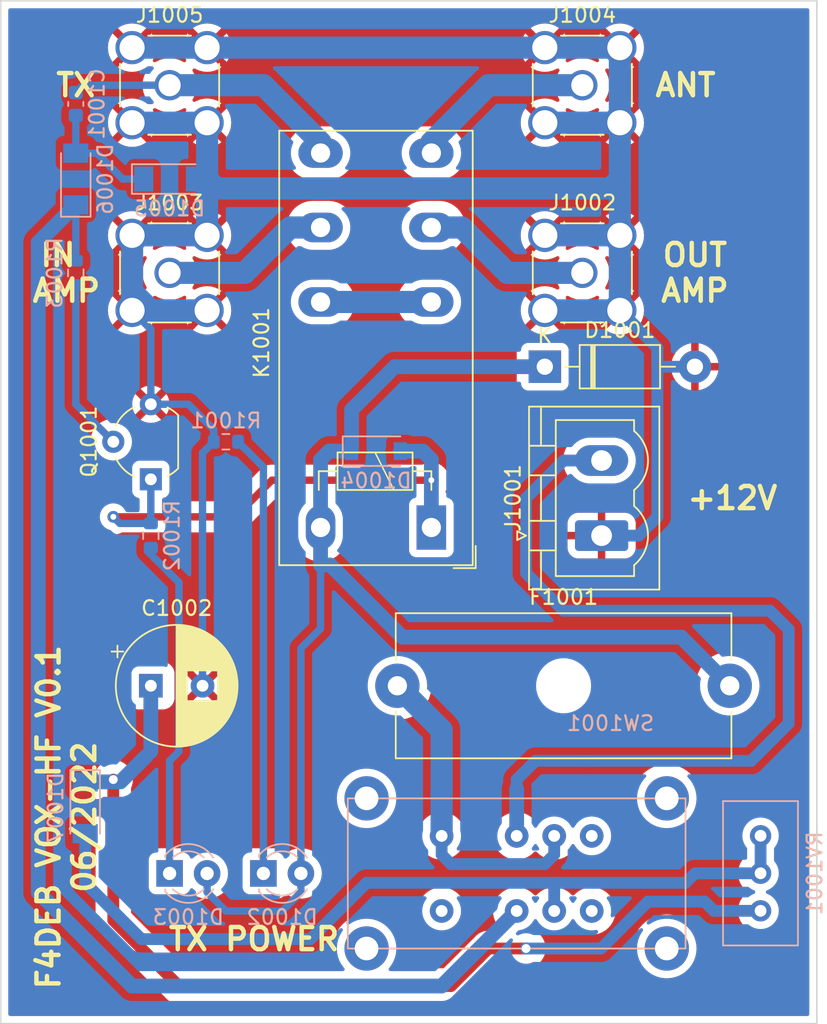
<source format=kicad_pcb>
(kicad_pcb (version 20211014) (generator pcbnew)
  (layers (0 "F.Cu" signal) (31 "B.Cu" signal) (34 "B.Paste" user) (35 "F.Paste" user) (36 "B.SilkS" user "B.Silkscreen") (37 "F.SilkS" user "F.Silkscreen") (38 "B.Mask" user) (39 "F.Mask" user) (44 "Edge.Cuts" user))
  (net 0 "")
  (net 1 "Net-(C1001-Pad1)")
  (net 2 "Net-(C1001-Pad2)")
  (net 3 "Net-(C1002-Pad1)")
  (net 4 "GND")
  (net 5 "+12V")
  (net 6 "Net-(D1002-Pad1)")
  (net 7 "Net-(D1003-Pad1)")
  (net 8 "Net-(D1004-Pad2)")
  (net 9 "Net-(D1006-Pad1)")
  (net 10 "Net-(F1001-Pad1)")
  (net 11 "Net-(J1001-Pad2)")
  (net 12 "Net-(J1002-Pad1)")
  (net 13 "Net-(J1003-Pad1)")
  (net 14 "Net-(J1004-Pad1)")
  (net 15 "Net-(K1001-Pad12)")
  (net 16 "Net-(Q1001-Pad2)")
  (net 20 "Net-(SW1001-Pad6)")
  (footprint "Diode_THT:D_DO-41_SOD81_P10.16mm_Horizontal" (layer "F.Cu") (at 190.5 105.41)
    (fp_text reference "D1001" (at 5.08 -2.47) (layer "F.SilkS"))
    (fp_text value "1N4007")
    (fp_text user "K" (at 0 -2.1) (layer "F.SilkS"))
    (fp_line (start 8.82 0) (end 7.8 0) (layer "F.SilkS") (width 0.12))
    (fp_line (start 7.8 -1.47) (end 2.36 -1.47) (layer "F.SilkS") (width 0.12))
    (fp_line (start 2.36 -1.47) (end 2.36 1.47) (layer "F.SilkS") (width 0.12))
    (fp_line (start 2.36 1.47) (end 7.8 1.47) (layer "F.SilkS") (width 0.12))
    (fp_line (start 3.38 -1.47) (end 3.38 1.47) (layer "F.SilkS") (width 0.12))
    (fp_line (start 3.26 -1.47) (end 3.26 1.47) (layer "F.SilkS") (width 0.12))
    (fp_line (start 1.34 0) (end 2.36 0) (layer "F.SilkS") (width 0.12))
    (fp_line (start 3.14 -1.47) (end 3.14 1.47) (layer "F.SilkS") (width 0.12))
    (fp_line (start 7.8 1.47) (end 7.8 -1.47) (layer "F.SilkS") (width 0.12))
    (pad "1" thru_hole rect (at 0 0) (size 2.2 2.2) (drill 1.1) (layers *.Cu *.Mask) (net 5 "+12V"))
    (pad "2" thru_hole oval (at 10.16 0) (size 2.2 2.2) (drill 1.1) (layers *.Cu *.Mask) (net 4 "GND"))
  )
  (footprint "Connector_Coaxial:SMA_Amphenol_901-144_Vertical" (layer "F.Cu") (at 165.1 99.06)
    (fp_text reference "J1003" (at 0 -4.75) (layer "F.SilkS"))
    (fp_text value "Conn_Coaxial")
    (fp_line (start 3.355 -1.45) (end 3.355 1.45) (layer "F.SilkS") (width 0.12))
    (fp_line (start -1.45 3.355) (end 1.45 3.355) (layer "F.SilkS") (width 0.12))
    (fp_line (start -3.355 -1.45) (end -3.355 1.45) (layer "F.SilkS") (width 0.12))
    (fp_line (start -1.45 -3.355) (end 1.45 -3.355) (layer "F.SilkS") (width 0.12))
    (pad "1" thru_hole circle (at 0 0) (size 2.05 2.05) (drill 1.5) (layers *.Cu *.Mask) (net 13 "Net-(J1003-Pad1)"))
    (pad "2" thru_hole circle (at -2.54 -2.54) (size 2.25 2.25) (drill 1.7) (layers *.Cu *.Mask) (net 4 "GND"))
    (pad "2" thru_hole circle (at 2.54 2.54) (size 2.25 2.25) (drill 1.7) (layers *.Cu *.Mask) (net 4 "GND"))
    (pad "2" thru_hole circle (at 2.54 -2.54) (size 2.25 2.25) (drill 1.7) (layers *.Cu *.Mask) (net 4 "GND"))
    (pad "2" thru_hole circle (at -2.54 2.54) (size 2.25 2.25) (drill 1.7) (layers *.Cu *.Mask) (net 4 "GND"))
  )
  (footprint "Relay_THT:Relay_DPDT_Schrack-RT2-FormC_RM5mm" (layer "F.Cu") (at 182.82 116.29 90)
    (fp_text reference "K1001" (at 12.5 -11.5 90) (layer "F.SilkS"))
    (fp_text value "RTE2xxxx")
    (fp_line (start 2.54 -6.35) (end 2.54 -1.27) (layer "F.SilkS") (width 0.12))
    (fp_line (start 3.81 -6.35) (end 3.81 -7.62) (layer "F.SilkS") (width 0.12))
    (fp_line (start 26.85 -10.3) (end -2.55 -10.3) (layer "F.SilkS") (width 0.12))
    (fp_line (start 26.85 2.8) (end 26.85 -10.3) (layer "F.SilkS") (width 0.12))
    (fp_line (start 3.81 -1.27) (end 5.08 -1.27) (layer "F.SilkS") (width 0.12))
    (fp_line (start 3.81 0) (end 3.81 -1.27) (layer "F.SilkS") (width 0.12))
    (fp_line (start 5.08 -1.27) (end 5.08 -6.35) (layer "F.SilkS") (width 0.12))
    (fp_line (start -2.75 1.5) (end -2.75 3) (layer "F.SilkS") (width 0.12))
    (fp_line (start 2.54 -1.27) (end 3.81 -1.27) (layer "F.SilkS") (width 0.12))
    (fp_line (start 3.81 -7.62) (end 2.54 -7.62) (layer "F.SilkS") (width 0.12))
    (fp_line (start 2.54 -2.54) (end 5.08 -3.81) (layer "F.SilkS") (width 0.1))
    (fp_line (start 2.54 0) (end 3.81 0) (layer "F.SilkS") (width 0.12))
    (fp_line (start -2.55 -10.3) (end -2.55 2.8) (layer "F.SilkS") (width 0.12))
    (fp_line (start 5.08 -6.35) (end 2.54 -6.35) (layer "F.SilkS") (width 0.12))
    (fp_line (start -2.75 3) (end -1.25 3) (layer "F.SilkS") (width 0.12))
    (fp_line (start -2.55 2.8) (end 26.85 2.8) (layer "F.SilkS") (width 0.12))
    (pad "11" thru_hole oval (at 20.3 0 270) (size 2 3) (drill 1.3) (layers *.Cu *.Mask) (net 12 "Net-(J1002-Pad1)"))
    (pad "12" thru_hole oval (at 15.26 0 270) (size 2 3) (drill 1.3) (layers *.Cu *.Mask) (net 15 "Net-(K1001-Pad12)"))
    (pad "14" thru_hole oval (at 25.34 0 270) (size 2 3) (drill 1.3) (layers *.Cu *.Mask) (net 14 "Net-(J1004-Pad1)"))
    (pad "21" thru_hole oval (at 20.3 -7.5 270) (size 2 3) (drill 1.3) (layers *.Cu *.Mask) (net 13 "Net-(J1003-Pad1)"))
    (pad "22" thru_hole oval (at 15.26 -7.5 270) (size 2 3) (drill 1.3) (layers *.Cu *.Mask) (net 15 "Net-(K1001-Pad12)"))
    (pad "24" thru_hole oval (at 25.34 -7.5 270) (size 2 3) (drill 1.3) (layers *.Cu *.Mask) (net 2 "Net-(C1001-Pad2)"))
    (pad "A1" thru_hole rect (at 0 0 270) (size 3 2) (drill 1.3) (layers *.Cu *.Mask) (net 8 "Net-(D1004-Pad2)"))
    (pad "A2" thru_hole oval (at 0 -7.5 270) (size 3 2) (drill 1.3) (layers *.Cu *.Mask) (net 5 "+12V"))
  )
  (footprint "Connector_Coaxial:SMA_Amphenol_901-144_Vertical" (layer "F.Cu") (at 193.04 86.36)
    (fp_text reference "J1004" (at 0 -4.75) (layer "F.SilkS"))
    (fp_text value "Conn_Coaxial")
    (fp_line (start -1.45 -3.355) (end 1.45 -3.355) (layer "F.SilkS") (width 0.12))
    (fp_line (start 3.355 -1.45) (end 3.355 1.45) (layer "F.SilkS") (width 0.12))
    (fp_line (start -3.355 -1.45) (end -3.355 1.45) (layer "F.SilkS") (width 0.12))
    (fp_line (start -1.45 3.355) (end 1.45 3.355) (layer "F.SilkS") (width 0.12))
    (pad "1" thru_hole circle (at 0 0) (size 2.05 2.05) (drill 1.5) (layers *.Cu *.Mask) (net 14 "Net-(J1004-Pad1)"))
    (pad "2" thru_hole circle (at -2.54 -2.54) (size 2.25 2.25) (drill 1.7) (layers *.Cu *.Mask) (net 4 "GND"))
    (pad "2" thru_hole circle (at 2.54 -2.54) (size 2.25 2.25) (drill 1.7) (layers *.Cu *.Mask) (net 4 "GND"))
    (pad "2" thru_hole circle (at -2.54 2.54) (size 2.25 2.25) (drill 1.7) (layers *.Cu *.Mask) (net 4 "GND"))
    (pad "2" thru_hole circle (at 2.54 2.54) (size 2.25 2.25) (drill 1.7) (layers *.Cu *.Mask) (net 4 "GND"))
  )
  (footprint "Connector_Phoenix_MSTB:PhoenixContact_MSTBVA_2,5_2-G-5,08_1x02_P5.08mm_Vertical" (layer "F.Cu") (at 194.3425 116.84 90)
    (fp_text reference "J1001" (at 2.54 -6 90) (layer "F.SilkS"))
    (fp_text value "Conn_01x02")
    (fp_line (start -3.65 -4.1) (end -1.11 -4.1) (layer "F.SilkS") (width 0.12))
    (fp_line (start 6.08 -3.1) (end 4.08 -3.1) (layer "F.SilkS") (width 0.12))
    (fp_line (start 4.08 -3.1) (end 4.08 -4.91) (layer "F.SilkS") (width 0.12))
    (fp_line (start -1 -3.1) (end -1 -4.91) (layer "F.SilkS") (width 0.12))
    (fp_line (start 7.82 2.2) (end 7.08 2.2) (layer "F.SilkS") (width 0.12))
    (fp_line (start -2.74 -3.1) (end 7.82 -3.1) (layer "F.SilkS") (width 0.12))
    (fp_line (start 8.73 -4.91) (end -3.65 -4.91) (layer "F.SilkS") (width 0.12))
    (fp_line (start 1 -4.1) (end 4.08 -4.1) (layer "F.SilkS") (width 0.12))
    (fp_line (start -2.74 2.2) (end -2.74 -3.1) (layer "F.SilkS") (width 0.12))
    (fp_line (start 7.82 -3.1) (end 7.82 2.2) (layer "F.SilkS") (width 0.12))
    (fp_line (start 1 -3.1) (end -1 -3.1) (layer "F.SilkS") (width 0.12))
    (fp_line (start 0 -5.11) (end -0.3 -5.71) (layer "F.SilkS") (width 0.12))
    (fp_line (start 8.73 -4.1) (end 6.19 -4.1) (layer "F.SilkS") (width 0.12))
    (fp_line (start -3.65 3.91) (end 8.73 3.91) (layer "F.SilkS") (width 0.12))
    (fp_line (start -3.65 -4.91) (end -3.65 3.91) (layer "F.SilkS") (width 0.12))
    (fp_line (start 0.3 -5.71) (end 0 -5.11) (layer "F.SilkS") (width 0.12))
    (fp_line (start 1 -4.91) (end 1 -3.1) (layer "F.SilkS") (width 0.12))
    (fp_line (start 6.08 -4.91) (end 6.08 -3.1) (layer "F.SilkS") (width 0.12))
    (fp_line (start 4.08 -4.91) (end 6.08 -4.91) (layer "F.SilkS") (width 0.12))
    (fp_line (start -1 -4.91) (end 1 -4.91) (layer "F.SilkS") (width 0.12))
    (fp_line (start 8.73 3.91) (end 8.73 -4.91) (layer "F.SilkS") (width 0.12))
    (fp_line (start -0.3 -5.71) (end 0.3 -5.71) (layer "F.SilkS") (width 0.12))
    (fp_line (start -2 2.2) (end -2.74 2.2) (layer "F.SilkS") (width 0.12))
    (fp_line (start 2 2.2) (end 3.08 2.2) (layer "F.SilkS") (width 0.12))
    (fp_arc (start 7.066842 2.215821) (mid 5.069711 3.142758) (end 3.08 2.2) (layer "F.SilkS") (width 0.12))
    (fp_arc (start 1.986842 2.215821) (mid -0.010289 3.142758) (end -2 2.2) (layer "F.SilkS") (width 0.12))
    (pad "1" thru_hole roundrect (at 0 0 90) (size 2.08 3.6) (drill 1.4) (layers *.Cu *.Mask) (roundrect_rratio 0.120192) (net 4 "GND"))
    (pad "2" thru_hole oval (at 5.08 0 90) (size 2.08 3.6) (drill 1.4) (layers *.Cu *.Mask) (net 11 "Net-(J1001-Pad2)"))
  )
  (footprint "Package_TO_SOT_THT:TO-92_Wide" (layer "F.Cu") (at 163.83 113.03 90)
    (fp_text reference "Q1001" (at 2.55 -4.19 90) (layer "F.SilkS"))
    (fp_text value "BC517")
    (fp_line (start 0.74 1.85) (end 4.34 1.85) (layer "F.SilkS") (width 0.12))
    (fp_arc (start 4.864184 1.122795) (mid 4.633903 1.509328) (end 4.34 1.85) (layer "F.SilkS") (width 0.12))
    (fp_arc (start 0.172801 -1.103842) (mid 0.678995 -1.832692) (end 1.4 -2.35) (layer "F.SilkS") (width 0.12))
    (fp_arc (start 0.74 1.85) (mid 0.446097 1.509328) (end 0.215816 1.122795) (layer "F.SilkS") (width 0.12))
    (fp_arc (start 3.65 -2.35) (mid 4.382279 -1.833196) (end 4.895458 -1.098371) (layer "F.SilkS") (width 0.12))
    (pad "1" thru_hole rect (at 0 0 90) (size 1.5 1.5) (drill 0.8) (layers *.Cu *.Mask) (net 8 "Net-(D1004-Pad2)"))
    (pad "2" thru_hole circle (at 2.54 -2.54 90) (size 1.5 1.5) (drill 0.8) (layers *.Cu *.Mask) (net 16 "Net-(Q1001-Pad2)"))
    (pad "3" thru_hole circle (at 5.08 0 90) (size 1.5 1.5) (drill 0.8) (layers *.Cu *.Mask) (net 4 "GND"))
  )
  (footprint "Capacitor_THT:CP_Radial_D8.0mm_P3.50mm" (layer "F.Cu") (at 163.83 127)
    (fp_text reference "C1002" (at 1.75 -5.25) (layer "F.SilkS"))
    (fp_text value "C_Polarized")
    (fp_line (start 3.511 1.04) (end 3.511 3.686) (layer "F.SilkS") (width 0.12))
    (fp_line (start 5.271 -2.102) (end 5.271 2.102) (layer "F.SilkS") (width 0.12))
    (fp_line (start 3.111 1.04) (end 3.111 3.85) (layer "F.SilkS") (width 0.12))
    (fp_line (start 2.471 1.04) (end 2.471 4.017) (layer "F.SilkS") (width 0.12))
    (fp_line (start 2.471 -4.017) (end 2.471 -1.04) (layer "F.SilkS") (width 0.12))
    (fp_line (start 2.951 -3.902) (end 2.951 -1.04) (layer "F.SilkS") (width 0.12))
    (fp_line (start 3.951 1.04) (end 3.951 3.444) (layer "F.SilkS") (width 0.12))
    (fp_line (start 3.231 1.04) (end 3.231 3.805) (layer "F.SilkS") (width 0.12))
    (fp_line (start 4.911 -2.604) (end 4.911 2.604) (layer "F.SilkS") (width 0.12))
    (fp_line (start 3.151 -3.835) (end 3.151 -1.04) (layer "F.SilkS") (width 0.12))
    (fp_line (start 4.831 -2.697) (end 4.831 2.697) (layer "F.SilkS") (width 0.12))
    (fp_line (start 5.471 -1.731) (end 5.471 1.731) (layer "F.SilkS") (width 0.12))
    (fp_line (start 4.551 -2.983) (end 4.551 2.983) (layer "F.SilkS") (width 0.12))
    (fp_line (start 2.991 -3.889) (end 2.991 -1.04) (layer "F.SilkS") (width 0.12))
    (fp_line (start 3.391 -3.74) (end 3.391 -1.04) (layer "F.SilkS") (width 0.12))
    (fp_line (start 3.271 -3.79) (end 3.271 -1.04) (layer "F.SilkS") (width 0.12))
    (fp_line (start 2.19 -4.057) (end 2.19 4.057) (layer "F.SilkS") (width 0.12))
    (fp_line (start 3.671 -3.606) (end 3.671 -1.04) (layer "F.SilkS") (width 0.12))
    (fp_line (start 3.711 1.04) (end 3.711 3.584) (layer "F.SilkS") (width 0.12))
    (fp_line (start 2.27 -4.048) (end 2.27 4.048) (layer "F.SilkS") (width 0.12))
    (fp_line (start 4.271 1.04) (end 4.271 3.22) (layer "F.SilkS") (width 0.12))
    (fp_line (start 5.591 -1.453) (end 5.591 1.453) (layer "F.SilkS") (width 0.12))
    (fp_line (start 2.871 1.04) (end 2.871 3.925) (layer "F.SilkS") (width 0.12))
    (fp_line (start 3.191 -3.821) (end 3.191 -1.04) (layer "F.SilkS") (width 0.12))
    (fp_line (start 4.111 -3.338) (end 4.111 -1.04) (layer "F.SilkS") (width 0.12))
    (fp_line (start 5.071 -2.4) (end 5.071 2.4) (layer "F.SilkS") (width 0.12))
    (fp_line (start 3.231 -3.805) (end 3.231 -1.04) (layer "F.SilkS") (width 0.12))
    (fp_line (start 1.79 -4.08) (end 1.79 4.08) (layer "F.SilkS") (width 0.12))
    (fp_line (start 4.031 1.04) (end 4.031 3.392) (layer "F.SilkS") (width 0.12))
    (fp_line (start 5.831 -0.533) (end 5.831 0.533) (layer "F.SilkS") (width 0.12))
    (fp_line (start 4.391 1.04) (end 4.391 3.124) (layer "F.SilkS") (width 0.12))
    (fp_line (start 3.671 1.04) (end 3.671 3.606) (layer "F.SilkS") (width 0.12))
    (fp_line (start 2.11 -4.065) (end 2.11 4.065) (layer "F.SilkS") (width 0.12))
    (fp_line (start 2.791 1.04) (end 2.791 3.947) (layer "F.SilkS") (width 0.12))
    (fp_line (start 1.87 -4.079) (end 1.87 4.079) (layer "F.SilkS") (width 0.12))
    (fp_line (start 2.631 -3.985) (end 2.631 -1.04) (layer "F.SilkS") (width 0.12))
    (fp_line (start 3.471 1.04) (end 3.471 3.704) (layer "F.SilkS") (width 0.12))
    (fp_line (start 2.39 -4.03) (end 2.39 4.03) (layer "F.SilkS") (width 0.12))
    (fp_line (start 5.231 -2.166) (end 5.231 2.166) (layer "F.SilkS") (width 0.12))
    (fp_line (start 4.071 1.04) (end 4.071 3.365) (layer "F.SilkS") (width 0.12))
    (fp_line (start 2.511 -4.01) (end 2.511 -1.04) (layer "F.SilkS") (width 0.12))
    (fp_line (start 2.591 1.04) (end 2.591 3.994) (layer "F.SilkS") (width 0.12))
    (fp_line (start 3.191 1.04) (end 3.191 3.821) (layer "F.SilkS") (width 0.12))
    (fp_line (start 1.75 -4.08) (end 1.75 4.08) (layer "F.SilkS") (width 0.12))
    (fp_line (start 2.591 -3.994) (end 2.591 -1.04) (layer "F.SilkS") (width 0.12))
    (fp_line (start 3.311 1.04) (end 3.311 3.774) (layer "F.SilkS") (width 0.12))
    (fp_line (start 2.31 -4.042) (end 2.31 4.042) (layer "F.SilkS") (width 0.12))
    (fp_line (start 3.591 -3.647) (end 3.591 -1.04) (layer "F.SilkS") (width 0.12))
    (fp_line (start 2.711 1.04) (end 2.711 3.967) (layer "F.SilkS") (width 0.12))
    (fp_line (start 3.751 1.04) (end 3.751 3.562) (layer "F.SilkS") (width 0.12))
    (fp_line (start 3.831 -3.517) (end 3.831 -1.04) (layer "F.SilkS") (width 0.12))
    (fp_line (start 3.031 1.04) (end 3.031 3.877) (layer "F.SilkS") (width 0.12))
    (fp_line (start 2.831 1.04) (end 2.831 3.936) (layer "F.SilkS") (width 0.12))
    (fp_line (start 4.711 -2.826) (end 4.711 2.826) (layer "F.SilkS") (width 0.12))
    (fp_line (start 4.631 -2.907) (end 4.631 2.907) (layer "F.SilkS") (width 0.12))
    (fp_line (start 3.791 -3.54) (end 3.791 -1.04) (layer "F.SilkS") (width 0.12))
    (fp_line (start 3.071 1.04) (end 3.071 3.863) (layer "F.SilkS") (width 0.12))
    (fp_line (start 4.431 1.04) (end 4.431 3.09) (layer "F.SilkS") (width 0.12))
    (fp_line (start 4.191 1.04) (end 4.191 3.28) (layer "F.SilkS") (width 0.12))
    (fp_line (start 5.391 -1.89) (end 5.391 1.89) (layer "F.SilkS") (width 0.12))
    (fp_line (start 2.671 -3.976) (end 2.671 -1.04) (layer "F.SilkS") (width 0.12))
    (fp_line (start 4.351 -3.156) (end 4.351 -1.04) (layer "F.SilkS") (width 0.12))
    (fp_line (start 2.551 1.04) (end 2.551 4.002) (layer "F.SilkS") (width 0.12))
    (fp_line (start 4.671 -2.867) (end 4.671 2.867) (layer "F.SilkS") (width 0.12))
    (fp_line (start 3.751 -3.562) (end 3.751 -1.04) (layer "F.SilkS") (width 0.12))
    (fp_line (start 3.071 -3.863) (end 3.071 -1.04) (layer "F.SilkS") (width 0.12))
    (fp_line (start 4.111 1.04) (end 4.111 3.338) (layer "F.SilkS") (width 0.12))
    (fp_line (start 4.791 -2.741) (end 4.791 2.741) (layer "F.SilkS") (width 0.12))
    (fp_line (start 4.471 -3.055) (end 4.471 -1.04) (layer "F.SilkS") (width 0.12))
    (fp_line (start 3.151 1.04) (end 3.151 3.835) (layer "F.SilkS") (width 0.12))
    (fp_line (start 4.471 1.04) (end 4.471 3.055) (layer "F.SilkS") (width 0.12))
    (fp_line (start 3.911 1.04) (end 3.911 3.469) (layer "F.SilkS") (width 0.12))
    (fp_line (start 2.03 -4.071) (end 2.03 4.071) (layer "F.SilkS") (width 0.12))
    (fp_line (start 1.83 -4.08) (end 1.83 4.08) (layer "F.SilkS") (width 0.12))
    (fp_line (start 3.391 1.04) (end 3.391 3.74) (layer "F.SilkS") (width 0.12))
    (fp_line (start 5.351 -1.964) (end 5.351 1.964) (layer "F.SilkS") (width 0.12))
    (fp_line (start 3.631 -3.627) (end 3.631 -1.04) (layer "F.SilkS") (width 0.12))
    (fp_line (start 3.871 1.04) (end 3.871 3.493) (layer "F.SilkS") (width 0.12))
    (fp_line (start 4.151 1.04) (end 4.151 3.309) (layer "F.SilkS") (width 0.12))
    (fp_line (start 2.791 -3.947) (end 2.791 -1.04) (layer "F.SilkS") (width 0.12))
    (fp_line (start 3.591 1.04) (end 3.591 3.647) (layer "F.SilkS") (width 0.12))
    (fp_line (start -2.259698 -2.715) (end -2.259698 -1.915) (layer "F.SilkS") (width 0.12))
    (fp_line (start 4.311 1.04) (end 4.311 3.189) (layer "F.SilkS") (width 0.12))
    (fp_line (start 1.99 -4.074) (end 1.99 4.074) (layer "F.SilkS") (width 0.12))
    (fp_line (start 3.551 1.04) (end 3.551 3.666) (layer "F.SilkS") (width 0.12))
    (fp_line (start 2.911 -3.914) (end 2.911 -1.04) (layer "F.SilkS") (width 0.12))
    (fp_line (start 4.511 1.04) (end 4.511 3.019) (layer "F.SilkS") (width 0.12))
    (fp_line (start 4.391 -3.124) (end 4.391 -1.04) (layer "F.SilkS") (width 0.12))
    (fp_line (start 2.511 1.04) (end 2.511 4.01) (layer "F.SilkS") (width 0.12))
    (fp_line (start 4.231 1.04) (end 4.231 3.25) (layer "F.SilkS") (width 0.12))
    (fp_line (start 4.151 -3.309) (end 4.151 -1.04) (layer "F.SilkS") (width 0.12))
    (fp_line (start 3.351 -3.757) (end 3.351 -1.04) (layer "F.SilkS") (width 0.12))
    (fp_line (start 3.351 1.04) (end 3.351 3.757) (layer "F.SilkS") (width 0.12))
    (fp_line (start 5.431 -1.813) (end 5.431 1.813) (layer "F.SilkS") (width 0.12))
    (fp_line (start 3.631 1.04) (end 3.631 3.627) (layer "F.SilkS") (width 0.12))
    (fp_line (start 3.031 -3.877) (end 3.031 -1.04) (layer "F.SilkS") (width 0.12))
    (fp_line (start 5.711 -1.098) (end 5.711 1.098) (layer "F.SilkS") (width 0.12))
    (fp_line (start 4.871 -2.651) (end 4.871 2.651) (layer "F.SilkS") (width 0.12))
    (fp_line (start -2.659698 -2.315) (end -1.859698 -2.315) (layer "F.SilkS") (width 0.12))
    (fp_line (start 4.951 -2.556) (end 4.951 2.556) (layer "F.SilkS") (width 0.12))
    (fp_line (start 2.991 1.04) (end 2.991 3.889) (layer "F.SilkS") (width 0.12))
    (fp_line (start 2.751 1.04) (end 2.751 3.957) (layer "F.SilkS") (width 0.12))
    (fp_line (start 2.551 -4.002) (end 2.551 -1.04) (layer "F.SilkS") (width 0.12))
    (fp_line (start 3.471 -3.704) (end 3.471 -1.04) (layer "F.SilkS") (width 0.12))
    (fp_line (start 3.951 -3.444) (end 3.951 -1.04) (layer "F.SilkS") (width 0.12))
    (fp_line (start 3.271 1.04) (end 3.271 3.79) (layer "F.SilkS") (width 0.12))
    (fp_line (start 5.631 -1.346) (end 5.631 1.346) (layer "F.SilkS") (width 0.12))
    (fp_line (start 4.271 -3.22) (end 4.271 -1.04) (layer "F.SilkS") (width 0.12))
    (fp_line (start 2.23 -4.052) (end 2.23 4.052) (layer "F.SilkS") (width 0.12))
    (fp_line (start 5.111 -2.345) (end 5.111 2.345) (layer "F.SilkS") (width 0.12))
    (fp_line (start 4.191 -3.28) (end 4.191 -1.04) (layer "F.SilkS") (width 0.12))
    (fp_line (start 5.751 -0.948) (end 5.751 0.948) (layer "F.SilkS") (width 0.12))
    (fp_line (start 2.751 -3.957) (end 2.751 -1.04) (layer "F.SilkS") (width 0.12))
    (fp_line (start 2.911 1.04) (end 2.911 3.914) (layer "F.SilkS") (width 0.12))
    (fp_line (start 3.991 -3.418) (end 3.991 -1.04) (layer "F.SilkS") (width 0.12))
    (fp_line (start 2.671 1.04) (end 2.671 3.976) (layer "F.SilkS") (width 0.12))
    (fp_line (start 4.991 -2.505) (end 4.991 2.505) (layer "F.SilkS") (width 0.12))
    (fp_line (start 5.151 -2.287) (end 5.151 2.287) (layer "F.SilkS") (width 0.12))
    (fp_line (start 3.311 -3.774) (end 3.311 -1.04) (layer "F.SilkS") (width 0.12))
    (fp_line (start 5.511 -1.645) (end 5.511 1.645) (layer "F.SilkS") (width 0.12))
    (fp_line (start 2.15 -4.061) (end 2.15 4.061) (layer "F.SilkS") (width 0.12))
    (fp_line (start 5.671 -1.229) (end 5.671 1.229) (layer "F.SilkS") (width 0.12))
    (fp_line (start 3.911 -3.469) (end 3.911 -1.04) (layer "F.SilkS") (width 0.12))
    (fp_line (start 4.591 -2.945) (end 4.591 2.945) (layer "F.SilkS") (width 0.12))
    (fp_line (start 2.871 -3.925) (end 2.871 -1.04) (layer "F.SilkS") (width 0.12))
    (fp_line (start 5.031 -2.454) (end 5.031 2.454) (layer "F.SilkS") (width 0.12))
    (fp_line (start 3.831 1.04) (end 3.831 3.517) (layer "F.SilkS") (width 0.12))
    (fp_line (start 1.95 -4.076) (end 1.95 4.076) (layer "F.SilkS") (width 0.12))
    (fp_line (start 2.951 1.04) (end 2.951 3.902) (layer "F.SilkS") (width 0.12))
    (fp_line (start 2.43 -4.024) (end 2.43 4.024) (layer "F.SilkS") (width 0.12))
    (fp_line (start 5.311 -2.034) (end 5.311 2.034) (layer "F.SilkS") (width 0.12))
    (fp_line (start 4.311 -3.189) (end 4.311 -1.04) (layer "F.SilkS") (width 0.12))
    (fp_line (start 3.791 1.04) (end 3.791 3.54) (layer "F.SilkS") (width 0.12))
    (fp_line (start 3.991 1.04) (end 3.991 3.418) (layer "F.SilkS") (width 0.12))
    (fp_line (start 2.631 1.04) (end 2.631 3.985) (layer "F.SilkS") (width 0.12))
    (fp_line (start 4.511 -3.019) (end 4.511 -1.04) (layer "F.SilkS") (width 0.12))
    (fp_line (start 5.791 -0.768) (end 5.791 0.768) (layer "F.SilkS") (width 0.12))
    (fp_line (start 4.071 -3.365) (end 4.071 -1.04) (layer "F.SilkS") (width 0.12))
    (fp_line (start 2.07 -4.068) (end 2.07 4.068) (layer "F.SilkS") (width 0.12))
    (fp_line (start 4.751 -2.784) (end 4.751 2.784) (layer "F.SilkS") (width 0.12))
    (fp_line (start 3.511 -3.686) (end 3.511 -1.04) (layer "F.SilkS") (width 0.12))
    (fp_line (start 4.431 -3.09) (end 4.431 -1.04) (layer "F.SilkS") (width 0.12))
    (fp_line (start 2.831 -3.936) (end 2.831 -1.04) (layer "F.SilkS") (width 0.12))
    (fp_line (start 4.351 1.04) (end 4.351 3.156) (layer "F.SilkS") (width 0.12))
    (fp_line (start 3.431 -3.722) (end 3.431 -1.04) (layer "F.SilkS") (width 0.12))
    (fp_line (start 4.031 -3.392) (end 4.031 -1.04) (layer "F.SilkS") (width 0.12))
    (fp_line (start 4.231 -3.25) (end 4.231 -1.04) (layer "F.SilkS") (width 0.12))
    (fp_line (start 3.871 -3.493) (end 3.871 -1.04) (layer "F.SilkS") (width 0.12))
    (fp_line (start 2.35 -4.037) (end 2.35 4.037) (layer "F.SilkS") (width 0.12))
    (fp_line (start 3.431 1.04) (end 3.431 3.722) (layer "F.SilkS") (width 0.12))
    (fp_line (start 3.551 -3.666) (end 3.551 -1.04) (layer "F.SilkS") (width 0.12))
    (fp_line (start 3.711 -3.584) (end 3.711 -1.04) (layer "F.SilkS") (width 0.12))
    (fp_line (start 5.191 -2.228) (end 5.191 2.228) (layer "F.SilkS") (width 0.12))
    (fp_line (start 5.551 -1.552) (end 5.551 1.552) (layer "F.SilkS") (width 0.12))
    (fp_line (start 3.111 -3.85) (end 3.111 -1.04) (layer "F.SilkS") (width 0.12))
    (fp_line (start 2.711 -3.967) (end 2.711 -1.04) (layer "F.SilkS") (width 0.12))
    (fp_line (start 1.91 -4.077) (end 1.91 4.077) (layer "F.SilkS") (width 0.12))
    (fp_circle (center 1.75 0) (end 5.87 0) (layer "F.SilkS") (width 0.12) (fill none))
    (pad "1" thru_hole rect (at 0 0) (size 1.6 1.6) (drill 0.8) (layers *.Cu *.Mask) (net 3 "Net-(C1002-Pad1)"))
    (pad "2" thru_hole circle (at 3.5 0) (size 1.6 1.6) (drill 0.8) (layers *.Cu *.Mask) (net 4 "GND"))
  )
  (footprint "Connector_Coaxial:SMA_Amphenol_901-144_Vertical" (layer "F.Cu") (at 165.1 86.36)
    (fp_text reference "J1005" (at 0 -4.75) (layer "F.SilkS"))
    (fp_text value "Conn_Coaxial")
    (fp_line (start -3.355 -1.45) (end -3.355 1.45) (layer "F.SilkS") (width 0.12))
    (fp_line (start 3.355 -1.45) (end 3.355 1.45) (layer "F.SilkS") (width 0.12))
    (fp_line (start -1.45 -3.355) (end 1.45 -3.355) (layer "F.SilkS") (width 0.12))
    (fp_line (start -1.45 3.355) (end 1.45 3.355) (layer "F.SilkS") (width 0.12))
    (pad "1" thru_hole circle (at 0 0) (size 2.05 2.05) (drill 1.5) (layers *.Cu *.Mask) (net 2 "Net-(C1001-Pad2)"))
    (pad "2" thru_hole circle (at 2.54 -2.54) (size 2.25 2.25) (drill 1.7) (layers *.Cu *.Mask) (net 4 "GND"))
    (pad "2" thru_hole circle (at 2.54 2.54) (size 2.25 2.25) (drill 1.7) (layers *.Cu *.Mask) (net 4 "GND"))
    (pad "2" thru_hole circle (at -2.54 2.54) (size 2.25 2.25) (drill 1.7) (layers *.Cu *.Mask) (net 4 "GND"))
    (pad "2" thru_hole circle (at -2.54 -2.54) (size 2.25 2.25) (drill 1.7) (layers *.Cu *.Mask) (net 4 "GND"))
  )
  (footprint "Fuse:Fuseholder_Cylinder-5x20mm_Schurter_0031_8201_Horizontal_Open" (layer "F.Cu") (at 180.52 127)
    (fp_text reference "F1001" (at 11.25 -6) (layer "F.SilkS"))
    (fp_text value "Fuse")
    (fp_line (start -0.11 -4.91) (end 22.61 -4.91) (layer "F.SilkS") (width 0.12))
    (fp_line (start -0.11 4.91) (end 22.61 4.91) (layer "F.SilkS") (width 0.12))
    (fp_line (start -0.11 4.91) (end -0.11 1.75) (layer "F.SilkS") (width 0.12))
    (fp_line (start -0.11 -1.75) (end -0.11 -4.91) (layer "F.SilkS") (width 0.12))
    (fp_line (start 22.61 -1.75) (end 22.61 -4.91) (layer "F.SilkS") (width 0.12))
    (fp_line (start 22.61 4.91) (end 22.61 1.75) (layer "F.SilkS") (width 0.12))
    (pad "" np_thru_hole circle (at 11.25 0) (size 2.7 2.7) (drill 2.7) (layers *.Cu *.Mask))
    (pad "1" thru_hole circle (at 0 0) (size 3 3) (drill 1.3) (layers *.Cu *.Mask) (net 10 "Net-(F1001-Pad1)"))
    (pad "2" thru_hole circle (at 22.5 0) (size 3 3) (drill 1.3) (layers *.Cu *.Mask) (net 5 "+12V"))
  )
  (footprint "Connector_Coaxial:SMA_Amphenol_901-144_Vertical" (layer "F.Cu") (at 193.04 99.06)
    (fp_text reference "J1002" (at 0 -4.75) (layer "F.SilkS"))
    (fp_text value "Conn_Coaxial")
    (fp_line (start -1.45 -3.355) (end 1.45 -3.355) (layer "F.SilkS") (width 0.12))
    (fp_line (start 3.355 -1.45) (end 3.355 1.45) (layer "F.SilkS") (width 0.12))
    (fp_line (start -3.355 -1.45) (end -3.355 1.45) (layer "F.SilkS") (width 0.12))
    (fp_line (start -1.45 3.355) (end 1.45 3.355) (layer "F.SilkS") (width 0.12))
    (pad "1" thru_hole circle (at 0 0) (size 2.05 2.05) (drill 1.5) (layers *.Cu *.Mask) (net 12 "Net-(J1002-Pad1)"))
    (pad "2" thru_hole circle (at 2.54 -2.54) (size 2.25 2.25) (drill 1.7) (layers *.Cu *.Mask) (net 4 "GND"))
    (pad "2" thru_hole circle (at -2.54 -2.54) (size 2.25 2.25) (drill 1.7) (layers *.Cu *.Mask) (net 4 "GND"))
    (pad "2" thru_hole circle (at -2.54 2.54) (size 2.25 2.25) (drill 1.7) (layers *.Cu *.Mask) (net 4 "GND"))
    (pad "2" thru_hole circle (at 2.54 2.54) (size 2.25 2.25) (drill 1.7) (layers *.Cu *.Mask) (net 4 "GND"))
  )
  (footprint "Resistor_SMD:R_0603_1608Metric" (layer "B.Cu") (at 158.75 99.06 -90)
    (fp_text reference "R1003" (at 0 1.43 90) (layer "B.SilkS") (effects (justify mirror)))
    (fp_text value "2k2")
    (fp_line (start -0.237258 -0.5225) (end 0.237258 -0.5225) (layer "B.SilkS") (width 0.12))
    (fp_line (start -0.237258 0.5225) (end 0.237258 0.5225) (layer "B.SilkS") (width 0.12))
    (pad "1" smd roundrect (at -0.825 0 270) (size 0.8 0.95) (layers "B.Cu" "B.Paste" "B.Mask") (net 9 "Net-(D1006-Pad1)"))
    (pad "2" smd roundrect (at 0.825 0 270) (size 0.8 0.95) (layers "B.Cu" "B.Paste" "B.Mask") (net 16 "Net-(Q1001-Pad2)"))
  )
  (footprint "Diode_SMD:D_MiniMELF" (layer "B.Cu") (at 159.385 135.255 -90)
    (fp_text reference "D1007" (at 0 2 90) (layer "B.SilkS") (effects (justify mirror)))
    (fp_text value "D_Schottky")
    (fp_line (start -2.55 -1) (end 1.75 -1) (layer "B.SilkS") (width 0.12))
    (fp_line (start -2.55 1) (end -2.55 -1) (layer "B.SilkS") (width 0.12))
    (fp_line (start 1.75 1) (end -2.55 1) (layer "B.SilkS") (width 0.12))
    (pad "1" smd rect (at -1.75 0 270) (size 1.3 1.7) (layers "B.Cu" "B.Paste" "B.Mask") (net 3 "Net-(C1002-Pad1)"))
    (pad "2" smd rect (at 1.75 0 270) (size 1.3 1.7) (layers "B.Cu" "B.Paste" "B.Mask") (net 20 "Net-(SW1001-Pad6)"))
  )
  (footprint "LED_THT:LED_D3.0mm" (layer "B.Cu") (at 165.1 139.7)
    (fp_text reference "D1003" (at 1.27 2.96 180) (layer "B.SilkS") (effects (justify mirror)))
    (fp_text value "LED")
    (fp_line (start -0.29 1.236) (end -0.29 1.08) (layer "B.SilkS") (width 0.12))
    (fp_line (start -0.29 -1.08) (end -0.29 -1.236) (layer "B.SilkS") (width 0.12))
    (fp_arc (start -0.29 -1.235516) (mid 1.366487 -1.987659) (end 2.942335 -1.078608) (layer "B.SilkS") (width 0.12))
    (fp_arc (start 2.942335 1.078608) (mid 1.366487 1.987659) (end -0.29 1.235516) (layer "B.SilkS") (width 0.12))
    (fp_arc (start 0.229039 -1.08) (mid 1.270117 -1.5) (end 2.31113 -1.079837) (layer "B.SilkS") (width 0.12))
    (fp_arc (start 2.31113 1.079837) (mid 1.270117 1.5) (end 0.229039 1.08) (layer "B.SilkS") (width 0.12))
    (pad "1" thru_hole rect (at 0 0) (size 1.8 1.8) (drill 0.9) (layers *.Cu *.Mask) (net 7 "Net-(D1003-Pad1)"))
    (pad "2" thru_hole circle (at 2.54 0) (size 1.8 1.8) (drill 0.9) (layers *.Cu *.Mask) (net 5 "+12V"))
  )
  (footprint "f4deb-mod-library:2P3T-ON-ON-ON-8P" (layer "B.Cu") (at 193.675 137.16 180)
    (fp_text reference "SW1001" (at -1.27 7.62 unlocked) (layer "B.SilkS") (effects (justify mirror)))
    (fp_text value "SW_DP3T")
    (fp_rect (start -6.35 2.54) (end 16.51 -7.62) (layer "B.SilkS") (width 0.12) (fill none))
    (pad "1" thru_hole circle (at 0 0 180) (size 1.6 1.6) (drill 0.8) (layers *.Cu *.Mask))
    (pad "2" thru_hole circle (at 2.54 0 180) (size 1.6 1.6) (drill 0.8) (layers *.Cu *.Mask) (net 10 "Net-(F1001-Pad1)"))
    (pad "3" thru_hole circle (at 5.08 0 180) (size 1.6 1.6) (drill 0.8) (layers *.Cu *.Mask) (net 11 "Net-(J1001-Pad2)"))
    (pad "4" thru_hole circle (at 10.16 0 180) (size 1.6 1.6) (drill 0.8) (layers *.Cu *.Mask) (net 10 "Net-(F1001-Pad1)"))
    (pad "5" thru_hole circle (at 0 -5.08 180) (size 1.6 1.6) (drill 0.8) (layers *.Cu *.Mask))
    (pad "6" thru_hole circle (at 2.54 -5.08 180) (size 1.6 1.6) (drill 0.8) (layers *.Cu *.Mask) (net 20 "Net-(SW1001-Pad6)"))
    (pad "7" thru_hole circle (at 5.08 -5.08 180) (size 1.6 1.6) (drill 0.8) (layers *.Cu *.Mask) (net 9 "Net-(D1006-Pad1)"))
    (pad "8" thru_hole circle (at 10.16 -5.08 180) (size 1.6 1.6) (drill 0.8) (layers *.Cu *.Mask))
    (pad "9" thru_hole circle (at 15.24 2.54 180) (size 3 3) (drill 1.6) (layers *.Cu *.Mask))
    (pad "10" thru_hole circle (at 15.24 -7.62 180) (size 3 3) (drill 1.6) (layers *.Cu *.Mask))
    (pad "11" thru_hole circle (at -5.08 -7.62 180) (size 3 3) (drill 1.6) (layers *.Cu *.Mask))
    (pad "12" thru_hole circle (at -5.08 2.54 180) (size 3 3) (drill 1.6) (layers *.Cu *.Mask))
  )
  (footprint "Potentiometer_THT:Potentiometer_Bourns_3296W_Vertical" (layer "B.Cu") (at 205.105 137.15 90)
    (fp_text reference "RV1001" (at -2.54 3.66 90) (layer "B.SilkS") (effects (justify mirror)))
    (fp_text value "10k")
    (fp_line (start 2.345 2.53) (end 2.345 -2.54) (layer "B.SilkS") (width 0.12))
    (fp_line (start -7.425 -2.54) (end 2.345 -2.54) (layer "B.SilkS") (width 0.12))
    (fp_line (start -7.425 2.53) (end 2.345 2.53) (layer "B.SilkS") (width 0.12))
    (fp_line (start -7.425 2.53) (end -7.425 -2.54) (layer "B.SilkS") (width 0.12))
    (pad "1" thru_hole circle (at 0 0 90) (size 1.44 1.44) (drill 0.8) (layers *.Cu *.Mask) (net 20 "Net-(SW1001-Pad6)"))
    (pad "2" thru_hole circle (at -2.54 0 90) (size 1.44 1.44) (drill 0.8) (layers *.Cu *.Mask) (net 20 "Net-(SW1001-Pad6)"))
    (pad "3" thru_hole circle (at -5.08 0 90) (size 1.44 1.44) (drill 0.8) (layers *.Cu *.Mask) (net 3 "Net-(C1002-Pad1)"))
  )
  (footprint "Resistor_SMD:R_0603_1608Metric" (layer "B.Cu") (at 163.83 116.84 90)
    (fp_text reference "R1002" (at 0 1.43 90) (layer "B.SilkS") (effects (justify mirror)))
    (fp_text value "470")
    (fp_line (start -0.237258 -0.5225) (end 0.237258 -0.5225) (layer "B.SilkS") (width 0.12))
    (fp_line (start -0.237258 0.5225) (end 0.237258 0.5225) (layer "B.SilkS") (width 0.12))
    (pad "1" smd roundrect (at -0.825 0 90) (size 0.8 0.95) (layers "B.Cu" "B.Paste" "B.Mask") (net 7 "Net-(D1003-Pad1)"))
    (pad "2" smd roundrect (at 0.825 0 90) (size 0.8 0.95) (layers "B.Cu" "B.Paste" "B.Mask") (net 8 "Net-(D1004-Pad2)"))
  )
  (footprint "Diode_SMD:D_SOD-123" (layer "B.Cu") (at 179.07 111.125)
    (fp_text reference "D1004" (at 0 2) (layer "B.SilkS") (effects (justify mirror)))
    (fp_text value "1N4148W")
    (fp_line (start -2.25 1) (end 1.65 1) (layer "B.SilkS") (width 0.12))
    (fp_line (start -2.25 -1) (end 1.65 -1) (layer "B.SilkS") (width 0.12))
    (fp_line (start -2.25 1) (end -2.25 -1) (layer "B.SilkS") (width 0.12))
    (pad "1" smd rect (at -1.65 0) (size 0.9 1.2) (layers "B.Cu" "B.Paste" "B.Mask") (net 5 "+12V"))
    (pad "2" smd rect (at 1.65 0) (size 0.9 1.2) (layers "B.Cu" "B.Paste" "B.Mask") (net 8 "Net-(D1004-Pad2)"))
  )
  (footprint "Capacitor_SMD:C_0603_1608Metric" (layer "B.Cu") (at 158.75 87.63 90)
    (fp_text reference "C1001" (at 0 1.43 90) (layer "B.SilkS") (effects (justify mirror)))
    (fp_text value "18p")
    (fp_line (start -0.14058 0.51) (end 0.14058 0.51) (layer "B.SilkS") (width 0.12))
    (fp_line (start -0.14058 -0.51) (end 0.14058 -0.51) (layer "B.SilkS") (width 0.12))
    (pad "1" smd roundrect (at -0.775 0 90) (size 0.9 0.95) (layers "B.Cu" "B.Paste" "B.Mask") (net 1 "Net-(C1001-Pad1)"))
    (pad "2" smd roundrect (at 0.775 0 90) (size 0.9 0.95) (layers "B.Cu" "B.Paste" "B.Mask") (net 2 "Net-(C1001-Pad2)"))
  )
  (footprint "LED_THT:LED_D3.0mm" (layer "B.Cu") (at 171.45 139.7)
    (fp_text reference "D1002" (at 1.27 2.96) (layer "B.SilkS") (effects (justify mirror)))
    (fp_text value "LED")
    (fp_line (start -0.29 -1.08) (end -0.29 -1.236) (layer "B.SilkS") (width 0.12))
    (fp_line (start -0.29 1.236) (end -0.29 1.08) (layer "B.SilkS") (width 0.12))
    (fp_arc (start 2.942335 1.078608) (mid 1.366487 1.987659) (end -0.29 1.235516) (layer "B.SilkS") (width 0.12))
    (fp_arc (start 2.31113 1.079837) (mid 1.270117 1.5) (end 0.229039 1.08) (layer "B.SilkS") (width 0.12))
    (fp_arc (start -0.29 -1.235516) (mid 1.366487 -1.987659) (end 2.942335 -1.078608) (layer "B.SilkS") (width 0.12))
    (fp_arc (start 0.229039 -1.08) (mid 1.270117 -1.5) (end 2.31113 -1.079837) (layer "B.SilkS") (width 0.12))
    (pad "1" thru_hole rect (at 0 0) (size 1.8 1.8) (drill 0.9) (layers *.Cu *.Mask) (net 6 "Net-(D1002-Pad1)"))
    (pad "2" thru_hole circle (at 2.54 0) (size 1.8 1.8) (drill 0.9) (layers *.Cu *.Mask) (net 5 "+12V"))
  )
  (footprint "Resistor_SMD:R_0603_1608Metric" (layer "B.Cu") (at 168.91 110.49 180)
    (fp_text reference "R1001" (at 0 1.43) (layer "B.SilkS") (effects (justify mirror)))
    (fp_text value "470")
    (fp_line (start -0.237258 0.5225) (end 0.237258 0.5225) (layer "B.SilkS") (width 0.12))
    (fp_line (start -0.237258 -0.5225) (end 0.237258 -0.5225) (layer "B.SilkS") (width 0.12))
    (pad "1" smd roundrect (at -0.825 0 180) (size 0.8 0.95) (layers "B.Cu" "B.Paste" "B.Mask") (net 6 "Net-(D1002-Pad1)"))
    (pad "2" smd roundrect (at 0.825 0 180) (size 0.8 0.95) (layers "B.Cu" "B.Paste" "B.Mask") (net 4 "GND"))
  )
  (footprint "Diode_SMD:D_MiniMELF" (layer "B.Cu") (at 158.75 92.71 90)
    (fp_text reference "D1006" (at 0 2 90) (layer "B.SilkS") (effects (justify mirror)))
    (fp_text value "1N4148W")
    (fp_line (start -2.55 1) (end -2.55 -1) (layer "B.SilkS") (width 0.12))
    (fp_line (start 1.75 1) (end -2.55 1) (layer "B.SilkS") (width 0.12))
    (fp_line (start -2.55 -1) (end 1.75 -1) (layer "B.SilkS") (width 0.12))
    (pad "1" smd rect (at -1.75 0 90) (size 1.3 1.7) (layers "B.Cu" "B.Paste" "B.Mask") (net 9 "Net-(D1006-Pad1)"))
    (pad "2" smd rect (at 1.75 0 90) (size 1.3 1.7) (layers "B.Cu" "B.Paste" "B.Mask") (net 1 "Net-(C1001-Pad1)"))
  )
  (footprint "Diode_SMD:D_MiniMELF" (layer "B.Cu") (at 165.1 92.71)
    (fp_text reference "D1005" (at 0 2) (layer "B.SilkS") (effects (justify mirror)))
    (fp_text value "1N4148W")
    (fp_line (start -2.55 -1) (end 1.75 -1) (layer "B.SilkS") (width 0.12))
    (fp_line (start -2.55 1) (end -2.55 -1) (layer "B.SilkS") (width 0.12))
    (fp_line (start 1.75 1) (end -2.55 1) (layer "B.SilkS") (width 0.12))
    (pad "1" smd rect (at -1.75 0) (size 1.3 1.7) (layers "B.Cu" "B.Paste" "B.Mask") (net 1 "Net-(C1001-Pad1)"))
    (pad "2" smd rect (at 1.75 0) (size 1.3 1.7) (layers "B.Cu" "B.Paste" "B.Mask") (net 4 "GND"))
  )
  (gr_line (start 208.915 149.86) (end 153.67 149.86) (layer "Edge.Cuts") (width 0.1))
  (gr_line (start 153.67 80.645) (end 208.915 80.645) (layer "Edge.Cuts") (width 0.1))
  (gr_line (start 153.67 149.86) (end 153.67 80.645) (layer "Edge.Cuts") (width 0.1))
  (gr_line (start 208.915 80.645) (end 208.915 149.86) (layer "Edge.Cuts") (width 0.1))
  (gr_text "POWER" (at 172.72 144.145) (layer "F.SilkS") (effects (font (size 1.5 1.5) (thickness 0.3))))
  (gr_text "IN \nAMP" (at 158.115 99.06) (layer "F.SilkS") (effects (font (size 1.5 1.5) (thickness 0.3))))
  (gr_text "ANT" (at 200.025 86.36) (layer "F.SilkS") (effects (font (size 1.5 1.5) (thickness 0.3))))
  (gr_text "TX" (at 166.37 144.145) (layer "F.SilkS") (effects (font (size 1.5 1.5) (thickness 0.3))))
  (gr_text "F4DEB VOX-HF V0.1\n06/2022" (at 158.115 135.89 90) (layer "F.SilkS") (effects (font (size 1.5 1.5) (thickness 0.3))))
  (gr_text "TX" (at 158.75 86.36) (layer "F.SilkS") (effects (font (size 1.5 1.5) (thickness 0.3))))
  (gr_text "+12V" (at 203.2 114.3) (layer "F.SilkS") (effects (font (size 1.5 1.5) (thickness 0.3))))
  (gr_text "OUT\nAMP" (at 200.66 99.06) (layer "F.SilkS") (effects (font (size 1.5 1.5) (thickness 0.3))))
  (segment (start 161.925 92.71) (end 160.175 90.96) (width 0.5) (layer "B.Cu") (net 1))
  (segment (start 163.35 92.71) (end 161.925 92.71) (width 0.5) (layer "B.Cu") (net 1))
  (segment (start 158.75 88.405) (end 158.75 90.96) (width 0.5) (layer "B.Cu") (net 1))
  (segment (start 160.175 90.96) (end 158.75 90.96) (width 0.5) (layer "B.Cu") (net 1))
  (segment (start 171.45 86.36) (end 175.32 90.23) (width 1.5) (layer "B.Cu") (net 2))
  (segment (start 175.32 90.23) (end 175.32 90.95) (width 1.5) (layer "B.Cu") (net 2))
  (segment (start 159.245 86.36) (end 158.75 86.855) (width 0.5) (layer "B.Cu") (net 2))
  (segment (start 165.1 86.36) (end 159.245 86.36) (width 0.5) (layer "B.Cu") (net 2))
  (segment (start 165.1 86.36) (end 171.45 86.36) (width 1.5) (layer "B.Cu") (net 2))
  (segment (start 165.735 147.32) (end 161.29 142.875) (width 0.8) (layer "F.Cu") (net 3))
  (segment (start 161.29 142.875) (end 161.29 133.35) (width 0.8) (layer "F.Cu") (net 3))
  (segment (start 189.23 144.78) (end 186.69 144.78) (width 0.8) (layer "F.Cu") (net 3))
  (segment (start 184.15 147.32) (end 165.735 147.32) (width 0.8) (layer "F.Cu") (net 3))
  (segment (start 186.69 144.78) (end 184.15 147.32) (width 0.8) (layer "F.Cu") (net 3))
  (via (at 189.23 144.78) (size 0.8) (drill 0.4) (layers "F.Cu" "B.Cu") (net 3))
  (via (at 189.23 144.78) (size 0.6) (drill 1) (layers "F.Cu" "B.Cu") (net 3))
  (via (at 161.29 133.35) (size 0.6) (drill 1) (layers "F.Cu" "B.Cu") (net 3))
  (segment (start 163.83 131.445) (end 163.5125 131.7625) (width 0.8) (layer "B.Cu") (net 3))
  (segment (start 197.485 141.605) (end 194.31 144.78) (width 0.8) (layer "B.Cu") (net 3))
  (segment (start 163.83 127) (end 163.83 131.445) (width 1) (layer "B.Cu") (net 3))
  (segment (start 201.315 141.605) (end 197.485 141.605) (width 0.8) (layer "B.Cu") (net 3))
  (segment (start 194.31 144.78) (end 189.23 144.78) (width 0.8) (layer "B.Cu") (net 3))
  (segment (start 201.94 142.23) (end 201.315 141.605) (width 0.8) (layer "B.Cu") (net 3))
  (segment (start 205.105 142.23) (end 201.94 142.23) (width 0.8) (layer "B.Cu") (net 3))
  (segment (start 159.385 133.505) (end 161.77 133.505) (width 1) (layer "B.Cu") (net 3))
  (segment (start 161.77 133.505) (end 163.5125 131.7625) (width 1) (layer "B.Cu") (net 3))
  (segment (start 163.5125 131.7625) (end 161.925 133.35) (width 0.8) (layer "B.Cu") (net 3))
  (segment (start 167.64 92.71) (end 167.64 96.52) (width 1.5) (layer "B.Cu") (net 4))
  (segment (start 190.5 101.6) (end 195.58 101.6) (width 1.5) (layer "B.Cu") (net 4))
  (segment (start 167.64 92.71) (end 168.275 93.345) (width 1.5) (layer "B.Cu") (net 4))
  (segment (start 194.945 93.345) (end 195.58 92.71) (width 1.5) (layer "B.Cu") (net 4))
  (segment (start 163.83 107.95) (end 166.37 107.95) (width 0.5) (layer "B.Cu") (net 4))
  (segment (start 167.64 88.9) (end 167.64 92.71) (width 1.5) (layer "B.Cu") (net 4))
  (segment (start 195.58 83.82) (end 195.58 88.9) (width 1.5) (layer "B.Cu") (net 4))
  (segment (start 166.37 107.95) (end 168.085 109.665) (width 0.5) (layer "B.Cu") (net 4))
  (segment (start 162.56 88.9) (end 167.64 88.9) (width 1.5) (layer "B.Cu") (net 4))
  (segment (start 198.12 104.14) (end 195.58 101.6) (width 0.8) (layer "B.Cu") (net 4))
  (segment (start 162.56 100.33) (end 162.56 101.6) (width 1.5) (layer "B.Cu") (net 4))
  (segment (start 168.085 110.49) (end 168.085 109.665) (width 0.5) (layer "B.Cu") (net 4))
  (segment (start 167.33 111.245) (end 167.33 127) (width 0.5) (layer "B.Cu") (net 4))
  (segment (start 195.58 93.98) (end 195.58 96.52) (width 1.5) (layer "B.Cu") (net 4))
  (segment (start 162.56 101.6) (end 163.83 102.87) (width 0.5) (layer "B.Cu") (net 4))
  (segment (start 162.56 83.82) (end 167.64 83.82) (width 1.5) (layer "B.Cu") (net 4))
  (segment (start 196.85 116.84) (end 198.12 115.57) (width 0.8) (layer "B.Cu") (net 4))
  (segment (start 200.66 105.41) (end 198.12 105.41) (width 0.8) (layer "B.Cu") (net 4))
  (segment (start 190.5 96.52) (end 195.58 96.52) (width 1.5) (layer "B.Cu") (net 4))
  (segment (start 168.275 93.345) (end 194.945 93.345) (width 1.5) (layer "B.Cu") (net 4))
  (segment (start 167.64 96.52) (end 162.56 96.52) (width 1.5) (layer "B.Cu") (net 4))
  (segment (start 198.12 115.57) (end 198.12 104.14) (width 0.8) (layer "B.Cu") (net 4))
  (segment (start 195.58 96.52) (end 195.58 101.6) (width 1.5) (layer "B.Cu") (net 4))
  (segment (start 168.085 110.49) (end 167.33 111.245) (width 0.5) (layer "B.Cu") (net 4))
  (segment (start 163.83 102.87) (end 163.83 107.95) (width 0.5) (layer "B.Cu") (net 4))
  (segment (start 190.5 83.82) (end 195.58 83.82) (width 1.5) (layer "B.Cu") (net 4))
  (segment (start 198.12 105.41) (end 198.12 104.14) (width 0.8) (layer "B.Cu") (net 4))
  (segment (start 195.58 92.71) (end 195.58 93.98) (width 1.5) (layer "B.Cu") (net 4))
  (segment (start 194.3425 116.84) (end 196.85 116.84) (width 0.8) (layer "B.Cu") (net 4))
  (segment (start 167.64 83.82) (end 190.5 83.82) (width 1.5) (layer "B.Cu") (net 4))
  (segment (start 190.5 88.9) (end 195.58 88.9) (width 1.5) (layer "B.Cu") (net 4))
  (segment (start 195.58 88.9) (end 195.58 92.71) (width 1.5) (layer "B.Cu") (net 4))
  (segment (start 162.56 96.52) (end 162.56 100.33) (width 1.5) (layer "B.Cu") (net 4))
  (segment (start 162.56 100.33) (end 163.83 101.6) (width 1.5) (layer "B.Cu") (net 4))
  (segment (start 163.83 101.6) (end 167.64 101.6) (width 1.5) (layer "B.Cu") (net 4))
  (segment (start 173.99 140.97) (end 173.99 139.7) (width 0.5) (layer "B.Cu") (net 5))
  (segment (start 175.32 118.83) (end 175.98 118.83) (width 1) (layer "B.Cu") (net 5))
  (segment (start 180.34 105.41) (end 177.42 108.33) (width 1) (layer "B.Cu") (net 5))
  (segment (start 172.72 142.24) (end 173.99 140.97) (width 0.5) (layer "B.Cu") (net 5))
  (segment (start 199.730489 123.710489) (end 203.02 127) (width 1) (layer "B.Cu") (net 5))
  (segment (start 167.64 139.7) (end 167.64 140.97) (width 0.5) (layer "B.Cu") (net 5))
  (segment (start 175.32 116.29) (end 175.32 111.7) (width 1) (layer "B.Cu") (net 5))
  (segment (start 177.42 108.33) (end 177.42 111.125) (width 1) (layer "B.Cu") (net 5))
  (segment (start 190.5 105.41) (end 180.34 105.41) (width 1) (layer "B.Cu") (net 5))
  (segment (start 175.895 111.125) (end 177.42 111.125) (width 1) (layer "B.Cu") (net 5))
  (segment (start 175.32 123.13) (end 175.32 118.83) (width 0.5) (layer "B.Cu") (net 5))
  (segment (start 167.64 140.97) (end 168.91 142.24) (width 0.5) (layer "B.Cu") (net 5))
  (segment (start 173.99 139.7) (end 173.99 124.46) (width 0.5) (layer "B.Cu") (net 5))
  (segment (start 175.32 118.83) (end 175.32 116.4) (width 1) (layer "B.Cu") (net 5))
  (segment (start 175.98 118.83) (end 180.860489 123.710489) (width 1) (layer "B.Cu") (net 5))
  (segment (start 168.91 142.24) (end 172.72 142.24) (width 0.5) (layer "B.Cu") (net 5))
  (segment (start 180.860489 123.710489) (end 199.730489 123.710489) (width 1) (layer "B.Cu") (net 5))
  (segment (start 173.99 124.46) (end 175.32 123.13) (width 0.5) (layer "B.Cu") (net 5))
  (segment (start 175.32 111.7) (end 175.895 111.125) (width 1) (layer "B.Cu") (net 5))
  (segment (start 171.45 112.205) (end 169.735 110.49) (width 0.5) (layer "B.Cu") (net 6))
  (segment (start 171.45 139.7) (end 171.45 112.205) (width 0.5) (layer "B.Cu") (net 6))
  (segment (start 163.83 117.665) (end 163.6075 117.8875) (width 0.5) (layer "B.Cu") (net 7))
  (segment (start 165.1 132.08) (end 165.1 139.7) (width 0.5) (layer "B.Cu") (net 7))
  (segment (start 163.6075 117.8875) (end 165.735 120.015) (width 0.5) (layer "B.Cu") (net 7))
  (segment (start 165.735 131.445) (end 165.1 132.08) (width 0.5) (layer "B.Cu") (net 7))
  (segment (start 165.735 120.015) (end 165.735 131.445) (width 0.5) (layer "B.Cu") (net 7))
  (segment (start 172.025 113.09) (end 182.82 113.09) (width 0.5) (layer "F.Cu") (net 8))
  (segment (start 169.545 115.57) (end 172.025 113.09) (width 0.5) (layer "F.Cu") (net 8))
  (segment (start 161.29 115.57) (end 169.545 115.57) (width 0.5) (layer "F.Cu") (net 8))
  (via (at 161.29 115.57) (size 0.8) (drill 0.4) (layers "F.Cu" "B.Cu") (net 8))
  (via (at 182.82 113.09) (size 0.8) (drill 0.4) (layers "F.Cu" "B.Cu") (net 8))
  (segment (start 163.83 116.015) (end 161.735 116.015) (width 0.5) (layer "B.Cu") (net 8))
  (segment (start 182.82 113.09) (end 182.82 111.7) (width 1) (layer "B.Cu") (net 8))
  (segment (start 163.83 113.03) (end 163.83 116.015) (width 0.5) (layer "B.Cu") (net 8))
  (segment (start 182.245 111.125) (end 180.72 111.125) (width 1) (layer "B.Cu") (net 8))
  (segment (start 182.82 116.29) (end 182.82 113.09) (width 1) (layer "B.Cu") (net 8))
  (segment (start 161.735 116.015) (end 161.29 115.57) (width 0.5) (layer "B.Cu") (net 8))
  (segment (start 182.82 111.7) (end 182.245 111.125) (width 1) (layer "B.Cu") (net 8))
  (segment (start 158.75 94.46) (end 156.21 97) (width 1) (layer "B.Cu") (net 9))
  (segment (start 162.56 147.32) (end 183.515 147.32) (width 1) (layer "B.Cu") (net 9))
  (segment (start 183.515 147.32) (end 188.595 142.24) (width 1) (layer "B.Cu") (net 9))
  (segment (start 156.21 97) (end 156.21 140.97) (width 1) (layer "B.Cu") (net 9))
  (segment (start 156.21 140.97) (end 162.56 147.32) (width 1) (layer "B.Cu") (net 9))
  (segment (start 158.75 94.46) (end 158.75 98.235) (width 0.5) (layer "B.Cu") (net 9))
  (segment (start 180.52 127) (end 183.515 129.995) (width 1.5) (layer "B.Cu") (net 10))
  (segment (start 191.135 137.16) (end 191.135 138.43) (width 0.8) (layer "B.Cu") (net 10))
  (segment (start 190.5 139.065) (end 191.135 138.43) (width 0.8) (layer "B.Cu") (net 10))
  (segment (start 183.515 138.43) (end 184.15 139.065) (width 0.8) (layer "B.Cu") (net 10))
  (segment (start 183.515 137.16) (end 183.515 138.43) (width 0.8) (layer "B.Cu") (net 10))
  (segment (start 184.15 139.065) (end 190.5 139.065) (width 0.8) (layer "B.Cu") (net 10))
  (segment (start 183.515 129.995) (end 183.515 137.16) (width 1.5) (layer "B.Cu") (net 10))
  (segment (start 205.74 121.92) (end 207.01 123.19) (width 0.8) (layer "B.Cu") (net 11))
  (segment (start 207.01 129.54) (end 204.47 132.08) (width 0.8) (layer "B.Cu") (net 11))
  (segment (start 188.595 137.16) (end 188.595 133.35) (width 0.8) (layer "B.Cu") (net 11))
  (segment (start 188.595 133.35) (end 189.865 132.08) (width 0.8) (layer "B.Cu") (net 11))
  (segment (start 194.3425 111.76) (end 191.77 111.76) (width 0.8) (layer "B.Cu") (net 11))
  (segment (start 207.01 123.19) (end 207.01 129.54) (width 0.8) (layer "B.Cu") (net 11))
  (segment (start 191.77 111.76) (end 189.23 114.3) (width 0.8) (layer "B.Cu") (net 11))
  (segment (start 189.23 119.38) (end 191.77 121.92) (width 0.8) (layer "B.Cu") (net 11))
  (segment (start 188.595 137.16) (end 188.595 133.985) (width 1) (layer "B.Cu") (net 11))
  (segment (start 191.77 121.92) (end 205.74 121.92) (width 0.8) (layer "B.Cu") (net 11))
  (segment (start 204.47 132.08) (end 193.675 132.08) (width 0.8) (layer "B.Cu") (net 11))
  (segment (start 189.865 132.08) (end 193.675 132.08) (width 0.8) (layer "B.Cu") (net 11))
  (segment (start 193.675 132.08) (end 193.04 132.08) (width 0.8) (layer "B.Cu") (net 11))
  (segment (start 189.23 114.3) (end 189.23 119.38) (width 0.8) (layer "B.Cu") (net 11))
  (segment (start 193.04 99.06) (end 187.96 99.06) (width 1.5) (layer "B.Cu") (net 12))
  (segment (start 182.82 95.99) (end 184.89 95.99) (width 1.5) (layer "B.Cu") (net 12))
  (segment (start 184.89 95.99) (end 187.96 99.06) (width 1.5) (layer "B.Cu") (net 12))
  (segment (start 175.32 95.99) (end 173.25 95.99) (width 1.5) (layer "B.Cu") (net 13))
  (segment (start 170.18 99.06) (end 165.1 99.06) (width 1.5) (layer "B.Cu") (net 13))
  (segment (start 173.25 95.99) (end 170.18 99.06) (width 1.5) (layer "B.Cu") (net 13))
  (segment (start 193.04 86.36) (end 186.69 86.36) (width 1.5) (layer "B.Cu") (net 14))
  (segment (start 186.69 86.36) (end 182.82 90.23) (width 1.5) (layer "B.Cu") (net 14))
  (segment (start 182.82 90.23) (end 182.82 90.95) (width 1.5) (layer "B.Cu") (net 14))
  (segment (start 175.32 101.03) (end 182.82 101.03) (width 1.5) (layer "B.Cu") (net 15))
  (segment (start 158.75 99.885) (end 158.75 107.95) (width 0.5) (layer "B.Cu") (net 16))
  (segment (start 158.75 107.95) (end 161.29 110.49) (width 0.5) (layer "B.Cu") (net 16))
  (segment (start 191.135 142.24) (end 191.135 140.335) (width 0.8) (layer "B.Cu") (net 20))
  (segment (start 205.105 139.69) (end 205.105 137.15) (width 0.8) (layer "B.Cu") (net 20))
  (segment (start 159.385 140.335) (end 159.385 137.005) (width 0.8) (layer "B.Cu") (net 20))
  (segment (start 200.67 139.69) (end 205.105 139.69) (width 0.8) (layer "B.Cu") (net 20))
  (segment (start 191.135 140.335) (end 200.025 140.335) (width 0.8) (layer "B.Cu") (net 20))
  (segment (start 191.135 140.335) (end 178.435 140.335) (width 0.8) (layer "B.Cu") (net 20))
  (segment (start 174.625 144.145) (end 163.195 144.145) (width 0.8) (layer "B.Cu") (net 20))
  (segment (start 163.195 144.145) (end 159.385 140.335) (width 0.8) (layer "B.Cu") (net 20))
  (segment (start 200.025 140.335) (end 200.67 139.69) (width 0.8) (layer "B.Cu") (net 20))
  (segment (start 178.435 140.335) (end 174.625 144.145) (width 0.8) (layer "B.Cu") (net 20))
  (zone (net 4) (net_name "GND") (layer "F.Cu") (connect_pads (clearance 0.8)) (min_thickness 0.254) (fill yes (thermal_gap 0.508) (thermal_bridge_width 0.508))
    (polygon (pts (xy 208.915 149.86) (xy 153.67 149.86) (xy 153.67 80.645) (xy 208.915 80.645)))
  )
  (zone (net 0) (net_name "") (layer "B.Cu") (connect_pads (clearance 0.508)) (min_thickness 0.254) (fill yes (thermal_gap 0.508) (thermal_bridge_width 0.508))
    (polygon (pts (xy 208.915 149.86) (xy 153.67 149.86) (xy 153.67 80.645) (xy 208.915 80.645)))
  )
)
</source>
